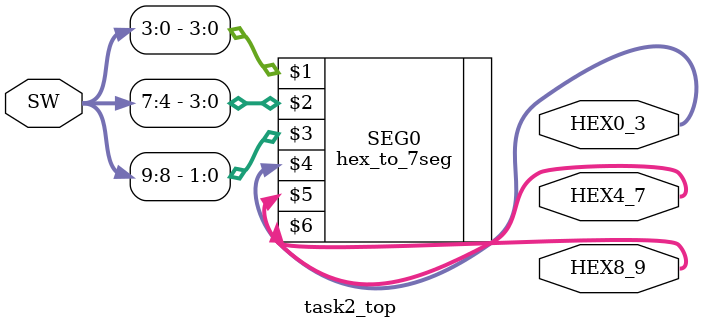
<source format=v>
module task2_top (
	SW,
	HEX0_3,
	HEX4_7,
	HEX8_9
	);

	input [9:0] SW;
	output [6:0] HEX0_3;
	output [6:0] HEX4_7;
	output [6:0] HEX8_9;
	
	hex_to_7seg SEG0(SW[3:0],SW[7:4],SW[9:8],HEX0_3,HEX4_7,HEX8_9);

endmodule

</source>
